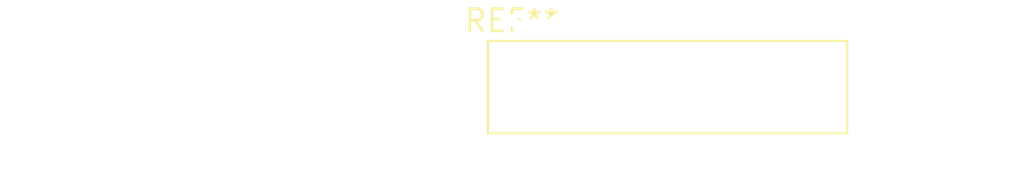
<source format=kicad_pcb>
(kicad_pcb (version 20240108) (generator pcbnew)
  (layers (0 "F.Cu" signal) (31 "B.Cu" signal) (34 "B.Paste" user) (35 "F.Paste" user) (36 "B.SilkS" user "B.Silkscreen") (37 "F.SilkS" user "F.Silkscreen") (38 "B.Mask" user) (39 "F.Mask" user) (44 "Edge.Cuts" user))
  (net 0 "")
  (footprint "Samtec_HLE-108-02-xx-DV-PE_2x08_P2.54mm_Horizontal" (layer "F.Cu") (at 0 0)
    (property "Reference" "REF**")
    (property "Value" "Samtec_HLE-108-02-xx-DV-PE_2x08_P2.54mm_Horizontal")
    (fp_line (start -1.38 1.16) (end 19.16 1.16) (layer "F.SilkS") (stroke (width 0.12)))
    (fp_line (start -1.38 6.46) (end -1.38 1.16) (layer "F.SilkS") (stroke (width 0.12)))
    (fp_line (start 19.16 1.16) (end 19.16 6.46) (layer "F.SilkS") (stroke (width 0.12)))
    (fp_line (start 19.16 6.46) (end -1.38 6.46) (layer "F.SilkS") (stroke (width 0.12)))
    (pad "" np_thru_hole circle (at 0 2.54) (size 1.4 1.4) (drill 1.4) (layers *.Cu *.Mask))
    (pad "" np_thru_hole circle (at 0 5.08) (size 1.4 1.4) (drill 1.4) (layers *.Cu *.Mask))
    (pad "" np_thru_hole circle (at 2.54 2.54) (size 1.4 1.4) (drill 1.4) (layers *.Cu *.Mask))
    (pad "" np_thru_hole circle (at 2.54 5.08) (size 1.4 1.4) (drill 1.4) (layers *.Cu *.Mask))
    (pad "" np_thru_hole circle (at 5.08 2.54) (size 1.4 1.4) (drill 1.4) (layers *.Cu *.Mask))
    (pad "" np_thru_hole circle (at 5.08 5.08) (size 1.4 1.4) (drill 1.4) (layers *.Cu *.Mask))
    (pad "" np_thru_hole circle (at 7.62 2.54) (size 1.4 1.4) (drill 1.4) (layers *.Cu *.Mask))
    (pad "" np_thru_hole circle (at 7.62 5.08) (size 1.4 1.4) (drill 1.4) (layers *.Cu *.Mask))
    (pad "" np_thru_hole circle (at 10.16 2.54) (size 1.4 1.4) (drill 1.4) (layers *.Cu *.Mask))
    (pad "" np_thru_hole circle (at 10.16 5.08) (size 1.4 1.4) (drill 1.4) (layers *.Cu *.Mask))
    (pad "" np_thru_hole circle (at 12.7 2.54) (size 1.4 1.4) (drill 1.4) (layers *.Cu *.Mask))
    (pad "" np_thru_hole circle (at 12.7 5.08) (size 1.4 1.4) (drill 1.4) (layers *.Cu *.Mask))
    (pad "" np_thru_hole circle (at 15.24 2.54) (size 1.4 1.4) (drill 1.4) (layers *.Cu *.Mask))
    (pad "" np_thru_hole circle (at 15.24 5.08) (size 1.4 1.4) (drill 1.4) (layers *.Cu *.Mask))
    (pad "" np_thru_hole circle (at 17.78 2.54) (size 1.4 1.4) (drill 1.4) (layers *.Cu *.Mask))
    (pad "" np_thru_hole circle (at 17.78 5.08) (size 1.4 1.4) (drill 1.4) (layers *.Cu *.Mask))
    (pad "1" thru_hole roundrect (at 0 0) (size 1.31 1.31) (drill 0.71) (layers *.Cu *.Mask) (remove_unused_layers) (roundrect_rratio 0.19084))
    (pad "2" thru_hole circle (at 0 7.62) (size 1.31 1.31) (drill 0.71) (layers *.Cu *.Mask) (remove_unused_layers))
    (pad "3" thru_hole circle (at 2.54 0) (size 1.31 1.31) (drill 0.71) (layers *.Cu *.Mask) (remove_unused_layers))
    (pad "4" thru_hole circle (at 2.54 7.62) (size 1.31 1.31) (drill 0.71) (layers *.Cu *.Mask) (remove_unused_layers))
    (pad "5" thru_hole circle (at 5.08 0) (size 1.31 1.31) (drill 0.71) (layers *.Cu *.Mask) (remove_unused_layers))
    (pad "6" thru_hole circle (at 5.08 7.62) (size 1.31 1.31) (drill 0.71) (layers *.Cu *.Mask) (remove_unused_layers))
    (pad "7" thru_hole circle (at 7.62 0) (size 1.31 1.31) (drill 0.71) (layers *.Cu *.Mask) (remove_unused_layers))
    (pad "8" thru_hole circle (at 7.62 7.62) (size 1.31 1.31) (drill 0.71) (layers *.Cu *.Mask) (remove_unused_layers))
    (pad "9" thru_hole circle (at 10.16 0) (size 1.31 1.31) (drill 0.71) (layers *.Cu *.Mask) (remove_unused_layers))
    (pad "10" thru_hole circle (at 10.16 7.62) (size 1.31 1.31) (drill 0.71) (layers *.Cu *.Mask) (remove_unused_layers))
    (pad "11" thru_hole circle (at 12.7 0) (size 1.31 1.31) (drill 0.71) (layers *.Cu *.Mask) (remove_unused_layers))
    (pad "12" thru_hole circle (at 12.7 7.62) (size 1.31 1.31) (drill 0.71) (layers *.Cu *.Mask) (remove_unused_layers))
    (pad "13" thru_hole circle (at 15.24 0) (size 1.31 1.31) (drill 0.71) (layers *.Cu *.Mask) (remove_unused_layers))
    (pad "14" thru_hole circle (at 15.24 7.62) (size 1.31 1.31) (drill 0.71) (layers *.Cu *.Mask) (remove_unused_layers))
    (pad "15" thru_hole circle (at 17.78 0) (size 1.31 1.31) (drill 0.71) (layers *.Cu *.Mask) (remove_unused_layers))
    (pad "16" thru_hole circle (at 17.78 7.62) (size 1.31 1.31) (drill 0.71) (layers *.Cu *.Mask) (remove_unused_layers))
  )
)
</source>
